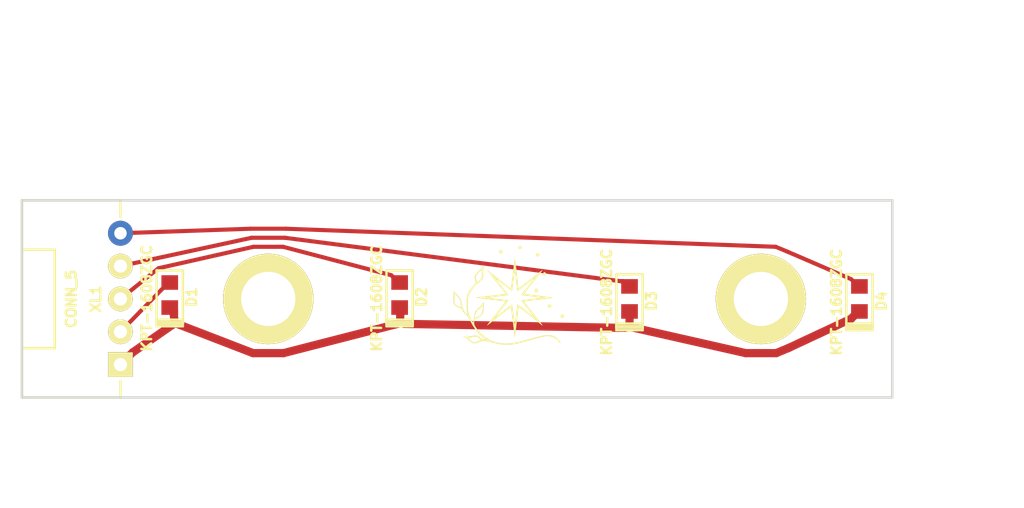
<source format=kicad_pcb>
(kicad_pcb (version 20171130) (host pcbnew "(2018-02-15 revision 29b28de31)-makepkg")

  (general
    (thickness 1.6)
    (drawings 14)
    (tracks 52)
    (zones 0)
    (modules 8)
    (nets 6)
  )

  (page A4)
  (layers
    (0 F.Cu signal)
    (31 B.Cu signal)
    (37 F.SilkS user)
    (38 B.Mask user)
    (39 F.Mask user)
    (40 Dwgs.User user)
    (44 Edge.Cuts user)
  )

  (setup
    (last_trace_width 0.25)
    (trace_clearance 0.2)
    (zone_clearance 0.508)
    (zone_45_only no)
    (trace_min 0.2)
    (segment_width 0.2)
    (edge_width 0.15)
    (via_size 0.8)
    (via_drill 0.4)
    (via_min_size 0.4)
    (via_min_drill 0.3)
    (uvia_size 0.3)
    (uvia_drill 0.1)
    (uvias_allowed no)
    (uvia_min_size 0.2)
    (uvia_min_drill 0.1)
    (pcb_text_width 0.3)
    (pcb_text_size 1.5 1.5)
    (mod_edge_width 0.15)
    (mod_text_size 1 1)
    (mod_text_width 0.15)
    (pad_size 1.524 1.524)
    (pad_drill 0.762)
    (pad_to_mask_clearance 0.15)
    (aux_axis_origin 0 0)
    (visible_elements 7FFFFF7F)
    (pcbplotparams
      (layerselection 0x010e0_ffffffff)
      (usegerberextensions true)
      (usegerberattributes true)
      (usegerberadvancedattributes false)
      (creategerberjobfile false)
      (excludeedgelayer true)
      (linewidth 0.150000)
      (plotframeref false)
      (viasonmask false)
      (mode 1)
      (useauxorigin false)
      (hpglpennumber 1)
      (hpglpenspeed 20)
      (hpglpendiameter 15)
      (psnegative false)
      (psa4output false)
      (plotreference true)
      (plotvalue true)
      (plotinvisibletext false)
      (padsonsilk false)
      (subtractmaskfromsilk true)
      (outputformat 1)
      (mirror false)
      (drillshape 0)
      (scaleselection 1)
      (outputdirectory Gerber))
  )

  (net 0 "")
  (net 1 "Net-(D1-PadA)")
  (net 2 "Net-(D1-PadC)")
  (net 3 "Net-(D2-PadA)")
  (net 4 "Net-(D3-PadA)")
  (net 5 "Net-(D4-PadA)")

  (net_class Default "This is the default net class."
    (clearance 0.2)
    (trace_width 0.25)
    (via_dia 0.8)
    (via_drill 0.4)
    (uvia_dia 0.3)
    (uvia_drill 0.1)
    (add_net "Net-(D1-PadA)")
    (add_net "Net-(D1-PadC)")
    (add_net "Net-(D2-PadA)")
    (add_net "Net-(D3-PadA)")
    (add_net "Net-(D4-PadA)")
  )

  (module LEDs:LED_0603 (layer F.Cu) (tedit 5A91F922) (tstamp 5A922971)
    (at 144 82.762 270)
    (path /5A995269)
    (attr smd)
    (fp_text reference D1 (at 0.127 -1.3335 270) (layer F.SilkS)
      (effects (font (size 0.6 0.6) (thickness 0.15)))
    )
    (fp_text value KPT-1608ZGC (at 0.2 1.4 270) (layer F.SilkS)
      (effects (font (size 0.6 0.6) (thickness 0.15)))
    )
    (fp_line (start 1.7 -0.8) (end 1.9 -0.8) (layer F.SilkS) (width 0.15))
    (fp_line (start 1.9 -0.8) (end 1.9 0.8) (layer F.SilkS) (width 0.15))
    (fp_line (start 1.9 0.8) (end 1.7 0.8) (layer F.SilkS) (width 0.15))
    (fp_line (start 1.5 -0.8) (end 1.65 -0.8) (layer F.SilkS) (width 0.15))
    (fp_line (start 1.65 -0.8) (end 1.65 0.8) (layer F.SilkS) (width 0.15))
    (fp_line (start 1.65 0.8) (end 1.5 0.8) (layer F.SilkS) (width 0.15))
    (fp_line (start 1.5 0.8) (end 1.75 0.8) (layer F.SilkS) (width 0.15))
    (fp_line (start 1.75 0.8) (end 1.75 -0.8) (layer F.SilkS) (width 0.15))
    (fp_line (start 1.75 -0.8) (end 1.65 -0.8) (layer F.SilkS) (width 0.15))
    (fp_line (start -1.5 0) (end -1.5 -0.8) (layer F.SilkS) (width 0.15))
    (fp_line (start -1.5 -0.8) (end 1.5 -0.8) (layer F.SilkS) (width 0.15))
    (fp_line (start 1.5 -0.8) (end 1.5 0.8) (layer F.SilkS) (width 0.15))
    (fp_line (start 1.5 0.8) (end -1.5 0.8) (layer F.SilkS) (width 0.15))
    (fp_line (start -1.5 0.8) (end -1.5 -0.1) (layer F.SilkS) (width 0.15))
    (pad A smd rect (at -0.762 0 270) (size 0.889 1.016) (layers F.Cu F.Mask)
      (net 1 "Net-(D1-PadA)"))
    (pad C smd rect (at 0.762 0 270) (size 0.889 1.016) (layers F.Cu F.Mask)
      (net 2 "Net-(D1-PadC)"))
    (model ${KICAD_SYMBOL_DIR}/3d/LED/D_0603_green.step
      (at (xyz 0 0 0))
      (scale (xyz 1 1 1))
      (rotate (xyz -90 0 0))
    )
  )

  (module LEDs:LED_0603 (layer F.Cu) (tedit 5A91F922) (tstamp 5A922985)
    (at 158 82.762 270)
    (path /5A995354)
    (attr smd)
    (fp_text reference D2 (at 0.127 -1.3335 270) (layer F.SilkS)
      (effects (font (size 0.6 0.6) (thickness 0.15)))
    )
    (fp_text value KPT-1608ZGC (at 0.2 1.4 270) (layer F.SilkS)
      (effects (font (size 0.6 0.6) (thickness 0.15)))
    )
    (fp_line (start 1.7 -0.8) (end 1.9 -0.8) (layer F.SilkS) (width 0.15))
    (fp_line (start 1.9 -0.8) (end 1.9 0.8) (layer F.SilkS) (width 0.15))
    (fp_line (start 1.9 0.8) (end 1.7 0.8) (layer F.SilkS) (width 0.15))
    (fp_line (start 1.5 -0.8) (end 1.65 -0.8) (layer F.SilkS) (width 0.15))
    (fp_line (start 1.65 -0.8) (end 1.65 0.8) (layer F.SilkS) (width 0.15))
    (fp_line (start 1.65 0.8) (end 1.5 0.8) (layer F.SilkS) (width 0.15))
    (fp_line (start 1.5 0.8) (end 1.75 0.8) (layer F.SilkS) (width 0.15))
    (fp_line (start 1.75 0.8) (end 1.75 -0.8) (layer F.SilkS) (width 0.15))
    (fp_line (start 1.75 -0.8) (end 1.65 -0.8) (layer F.SilkS) (width 0.15))
    (fp_line (start -1.5 0) (end -1.5 -0.8) (layer F.SilkS) (width 0.15))
    (fp_line (start -1.5 -0.8) (end 1.5 -0.8) (layer F.SilkS) (width 0.15))
    (fp_line (start 1.5 -0.8) (end 1.5 0.8) (layer F.SilkS) (width 0.15))
    (fp_line (start 1.5 0.8) (end -1.5 0.8) (layer F.SilkS) (width 0.15))
    (fp_line (start -1.5 0.8) (end -1.5 -0.1) (layer F.SilkS) (width 0.15))
    (pad A smd rect (at -0.762 0 270) (size 0.889 1.016) (layers F.Cu F.Mask)
      (net 3 "Net-(D2-PadA)"))
    (pad C smd rect (at 0.762 0 270) (size 0.889 1.016) (layers F.Cu F.Mask)
      (net 2 "Net-(D1-PadC)"))
    (model ${KICAD_SYMBOL_DIR}/3d/LED/D_0603_green.step
      (at (xyz 0 0 0))
      (scale (xyz 1 1 1))
      (rotate (xyz -90 0 0))
    )
  )

  (module LEDs:LED_0603 (layer F.Cu) (tedit 5A91F922) (tstamp 5A922999)
    (at 172 83 270)
    (path /5A9953C3)
    (attr smd)
    (fp_text reference D3 (at 0.127 -1.3335 270) (layer F.SilkS)
      (effects (font (size 0.6 0.6) (thickness 0.15)))
    )
    (fp_text value KPT-1608ZGC (at 0.2 1.4 270) (layer F.SilkS)
      (effects (font (size 0.6 0.6) (thickness 0.15)))
    )
    (fp_line (start 1.7 -0.8) (end 1.9 -0.8) (layer F.SilkS) (width 0.15))
    (fp_line (start 1.9 -0.8) (end 1.9 0.8) (layer F.SilkS) (width 0.15))
    (fp_line (start 1.9 0.8) (end 1.7 0.8) (layer F.SilkS) (width 0.15))
    (fp_line (start 1.5 -0.8) (end 1.65 -0.8) (layer F.SilkS) (width 0.15))
    (fp_line (start 1.65 -0.8) (end 1.65 0.8) (layer F.SilkS) (width 0.15))
    (fp_line (start 1.65 0.8) (end 1.5 0.8) (layer F.SilkS) (width 0.15))
    (fp_line (start 1.5 0.8) (end 1.75 0.8) (layer F.SilkS) (width 0.15))
    (fp_line (start 1.75 0.8) (end 1.75 -0.8) (layer F.SilkS) (width 0.15))
    (fp_line (start 1.75 -0.8) (end 1.65 -0.8) (layer F.SilkS) (width 0.15))
    (fp_line (start -1.5 0) (end -1.5 -0.8) (layer F.SilkS) (width 0.15))
    (fp_line (start -1.5 -0.8) (end 1.5 -0.8) (layer F.SilkS) (width 0.15))
    (fp_line (start 1.5 -0.8) (end 1.5 0.8) (layer F.SilkS) (width 0.15))
    (fp_line (start 1.5 0.8) (end -1.5 0.8) (layer F.SilkS) (width 0.15))
    (fp_line (start -1.5 0.8) (end -1.5 -0.1) (layer F.SilkS) (width 0.15))
    (pad A smd rect (at -0.762 0 270) (size 0.889 1.016) (layers F.Cu F.Mask)
      (net 4 "Net-(D3-PadA)"))
    (pad C smd rect (at 0.762 0 270) (size 0.889 1.016) (layers F.Cu F.Mask)
      (net 2 "Net-(D1-PadC)"))
    (model ${KICAD_SYMBOL_DIR}/3d/LED/D_0603_green.step
      (at (xyz 0 0 0))
      (scale (xyz 1 1 1))
      (rotate (xyz -90 0 0))
    )
  )

  (module LEDs:LED_0603 (layer F.Cu) (tedit 5A91F922) (tstamp 5A9229AD)
    (at 186 83 270)
    (path /5A9953CE)
    (attr smd)
    (fp_text reference D4 (at 0.127 -1.3335 270) (layer F.SilkS)
      (effects (font (size 0.6 0.6) (thickness 0.15)))
    )
    (fp_text value KPT-1608ZGC (at 0.2 1.4 270) (layer F.SilkS)
      (effects (font (size 0.6 0.6) (thickness 0.15)))
    )
    (fp_line (start 1.7 -0.8) (end 1.9 -0.8) (layer F.SilkS) (width 0.15))
    (fp_line (start 1.9 -0.8) (end 1.9 0.8) (layer F.SilkS) (width 0.15))
    (fp_line (start 1.9 0.8) (end 1.7 0.8) (layer F.SilkS) (width 0.15))
    (fp_line (start 1.5 -0.8) (end 1.65 -0.8) (layer F.SilkS) (width 0.15))
    (fp_line (start 1.65 -0.8) (end 1.65 0.8) (layer F.SilkS) (width 0.15))
    (fp_line (start 1.65 0.8) (end 1.5 0.8) (layer F.SilkS) (width 0.15))
    (fp_line (start 1.5 0.8) (end 1.75 0.8) (layer F.SilkS) (width 0.15))
    (fp_line (start 1.75 0.8) (end 1.75 -0.8) (layer F.SilkS) (width 0.15))
    (fp_line (start 1.75 -0.8) (end 1.65 -0.8) (layer F.SilkS) (width 0.15))
    (fp_line (start -1.5 0) (end -1.5 -0.8) (layer F.SilkS) (width 0.15))
    (fp_line (start -1.5 -0.8) (end 1.5 -0.8) (layer F.SilkS) (width 0.15))
    (fp_line (start 1.5 -0.8) (end 1.5 0.8) (layer F.SilkS) (width 0.15))
    (fp_line (start 1.5 0.8) (end -1.5 0.8) (layer F.SilkS) (width 0.15))
    (fp_line (start -1.5 0.8) (end -1.5 -0.1) (layer F.SilkS) (width 0.15))
    (pad A smd rect (at -0.762 0 270) (size 0.889 1.016) (layers F.Cu F.Mask)
      (net 5 "Net-(D4-PadA)"))
    (pad C smd rect (at 0.762 0 270) (size 0.889 1.016) (layers F.Cu F.Mask)
      (net 2 "Net-(D1-PadC)"))
    (model ${KICAD_SYMBOL_DIR}/3d/LED/D_0603_green.step
      (at (xyz 0 0 0))
      (scale (xyz 1 1 1))
      (rotate (xyz -90 0 0))
    )
  )

  (module PCB:Hole3d3_out5d5mm (layer F.Cu) (tedit 56F1BC26) (tstamp 5A9229B2)
    (at 150 83)
    (path /5AA46666)
    (fp_text reference HOLE1 (at 0 3.2004) (layer F.SilkS) hide
      (effects (font (size 0.127 0.127) (thickness 0.00254)))
    )
    (fp_text value HOLE_METALLED (at -0.09906 -3.2004) (layer F.SilkS) hide
      (effects (font (size 0.127 0.127) (thickness 0.00254)))
    )
    (pad H thru_hole circle (at 0 0) (size 5.5 5.5) (drill 3.3) (layers *.Cu *.Mask F.SilkS))
  )

  (module PCB:Hole3d3_out5d5mm (layer F.Cu) (tedit 56F1BC26) (tstamp 5A9229B7)
    (at 180 83)
    (path /5AA469E2)
    (fp_text reference HOLE2 (at 0 3.2004) (layer F.SilkS) hide
      (effects (font (size 0.127 0.127) (thickness 0.00254)))
    )
    (fp_text value HOLE_METALLED (at -0.09906 -3.2004) (layer F.SilkS) hide
      (effects (font (size 0.127 0.127) (thickness 0.00254)))
    )
    (pad H thru_hole circle (at 0 0) (size 5.5 5.5) (drill 3.3) (layers *.Cu *.Mask F.SilkS))
  )

  (module Pictures:Ostranna_8x8 (layer F.Cu) (tedit 0) (tstamp 5A9229C4)
    (at 165 83)
    (path /5AA46E8B)
    (fp_text reference Logo1 (at 0 0) (layer F.SilkS) hide
      (effects (font (size 1.524 1.524) (thickness 0.3)))
    )
    (fp_text value Logo (at 0.75 0) (layer F.SilkS) hide
      (effects (font (size 1.524 1.524) (thickness 0.3)))
    )
    (fp_poly (pts (xy 0.344855 -3.230616) (xy 0.394624 -3.196551) (xy 0.449104 -3.149463) (xy 0.447801 -3.11541)
      (xy 0.410198 -3.079358) (xy 0.34119 -3.043017) (xy 0.267286 -3.064113) (xy 0.214928 -3.098401)
      (xy 0.217571 -3.135559) (xy 0.251712 -3.181306) (xy 0.30122 -3.23262) (xy 0.344855 -3.230616)) (layer F.SilkS) (width 0.01))
    (fp_poly (pts (xy -0.823464 -2.98002) (xy -0.775852 -2.944188) (xy -0.724084 -2.893409) (xy -0.726932 -2.850469)
      (xy -0.759654 -2.805907) (xy -0.808868 -2.755273) (xy -0.851833 -2.759527) (xy -0.896006 -2.792278)
      (xy -0.947146 -2.842368) (xy -0.943068 -2.886834) (xy -0.912204 -2.930559) (xy -0.864664 -2.982585)
      (xy -0.823464 -2.98002)) (layer F.SilkS) (width 0.01))
    (fp_poly (pts (xy 1.411663 -2.802135) (xy 1.459831 -2.757997) (xy 1.493758 -2.73647) (xy 1.533298 -2.706913)
      (xy 1.524639 -2.669515) (xy 1.492422 -2.627176) (xy 1.440199 -2.575957) (xy 1.39079 -2.579929)
      (xy 1.351745 -2.603432) (xy 1.299249 -2.645776) (xy 1.298048 -2.688436) (xy 1.331458 -2.745208)
      (xy 1.378573 -2.798373) (xy 1.411151 -2.802859) (xy 1.411663 -2.802135)) (layer F.SilkS) (width 0.01))
    (fp_poly (pts (xy 1.821546 -1.638667) (xy 1.883197 -1.592413) (xy 1.88404 -1.591729) (xy 1.942284 -1.539577)
      (xy 1.947321 -1.50404) (xy 1.90294 -1.456806) (xy 1.902183 -1.456108) (xy 1.832061 -1.413042)
      (xy 1.756494 -1.427606) (xy 1.750786 -1.430236) (xy 1.686645 -1.472753) (xy 1.670326 -1.509269)
      (xy 1.706598 -1.524) (xy 1.748287 -1.553583) (xy 1.770098 -1.593538) (xy 1.791753 -1.638916)
      (xy 1.821546 -1.638667)) (layer F.SilkS) (width 0.01))
    (fp_poly (pts (xy 1.355693 -0.598714) (xy 1.405134 -0.55043) (xy 1.433841 -0.544286) (xy 1.468238 -0.5367)
      (xy 1.458655 -0.50246) (xy 1.425908 -0.454712) (xy 1.371169 -0.386836) (xy 1.330977 -0.374119)
      (xy 1.279308 -0.411549) (xy 1.266031 -0.42393) (xy 1.2279 -0.481336) (xy 1.242328 -0.553301)
      (xy 1.247888 -0.565724) (xy 1.2933 -0.639321) (xy 1.330668 -0.642379) (xy 1.355693 -0.598714)) (layer F.SilkS) (width 0.01))
    (fp_poly (pts (xy 2.151965 0.32198) (xy 2.199576 0.357812) (xy 2.251345 0.408591) (xy 2.248497 0.451531)
      (xy 2.215774 0.496093) (xy 2.166561 0.546727) (xy 2.123596 0.542473) (xy 2.079423 0.509722)
      (xy 2.028282 0.459632) (xy 2.03236 0.415166) (xy 2.063225 0.371441) (xy 2.110764 0.319415)
      (xy 2.151965 0.32198)) (layer F.SilkS) (width 0.01))
    (fp_poly (pts (xy 2.913965 0.938837) (xy 2.961576 0.974669) (xy 3.013345 1.025448) (xy 3.010497 1.068388)
      (xy 2.977774 1.11295) (xy 2.928561 1.163584) (xy 2.885596 1.159331) (xy 2.841423 1.126579)
      (xy 2.790282 1.076489) (xy 2.79436 1.032024) (xy 2.825225 0.988298) (xy 2.872764 0.936272)
      (xy 2.913965 0.938837)) (layer F.SilkS) (width 0.01))
    (fp_poly (pts (xy 0.019747 -2.425099) (xy 0.033759 -2.334364) (xy 0.052935 -2.195297) (xy 0.075805 -2.019791)
      (xy 0.100897 -1.819739) (xy 0.126737 -1.607034) (xy 0.151854 -1.393568) (xy 0.174776 -1.191233)
      (xy 0.194031 -1.011924) (xy 0.205883 -0.892219) (xy 0.220216 -0.771311) (xy 0.236213 -0.685337)
      (xy 0.250214 -0.653143) (xy 0.284534 -0.674536) (xy 0.365907 -0.733834) (xy 0.484635 -0.823713)
      (xy 0.631016 -0.936849) (xy 0.762038 -1.039594) (xy 0.944981 -1.183935) (xy 1.128172 -1.328481)
      (xy 1.295512 -1.460528) (xy 1.430902 -1.567374) (xy 1.486295 -1.611094) (xy 1.588116 -1.688442)
      (xy 1.659392 -1.73663) (xy 1.689445 -1.748723) (xy 1.687418 -1.741714) (xy 1.656267 -1.698799)
      (xy 1.586742 -1.607606) (xy 1.485523 -1.476749) (xy 1.359293 -1.314841) (xy 1.214734 -1.130494)
      (xy 1.114722 -1.003496) (xy 0.964835 -0.812464) (xy 0.831924 -0.641114) (xy 0.722 -0.497357)
      (xy 0.641073 -0.389105) (xy 0.595153 -0.324267) (xy 0.587028 -0.308974) (xy 0.624772 -0.302081)
      (xy 0.724823 -0.288317) (xy 0.877367 -0.268908) (xy 1.072592 -0.245077) (xy 1.300686 -0.218051)
      (xy 1.50205 -0.194744) (xy 1.800084 -0.159455) (xy 2.027986 -0.129842) (xy 2.187947 -0.10555)
      (xy 2.282155 -0.08622) (xy 2.312799 -0.071495) (xy 2.300336 -0.064392) (xy 2.234066 -0.05241)
      (xy 2.107835 -0.034013) (xy 1.933811 -0.010804) (xy 1.72416 0.015613) (xy 1.49105 0.043636)
      (xy 1.399534 0.054293) (xy 1.167836 0.081482) (xy 0.961627 0.106541) (xy 0.791387 0.128126)
      (xy 0.667595 0.144892) (xy 0.600731 0.155495) (xy 0.592011 0.157894) (xy 0.610263 0.188351)
      (xy 0.667778 0.267871) (xy 0.758669 0.388698) (xy 0.87705 0.543079) (xy 1.017035 0.723257)
      (xy 1.142834 0.883571) (xy 1.296751 1.079645) (xy 1.434606 1.256713) (xy 1.550356 1.406897)
      (xy 1.637959 1.522315) (xy 1.691373 1.595087) (xy 1.705429 1.617327) (xy 1.680304 1.606792)
      (xy 1.61478 1.55966) (xy 1.533071 1.494329) (xy 1.407834 1.392032) (xy 1.256511 1.270767)
      (xy 1.088718 1.13798) (xy 0.914072 1.001118) (xy 0.742188 0.867627) (xy 0.582682 0.744955)
      (xy 0.44517 0.640547) (xy 0.339268 0.561852) (xy 0.274592 0.516315) (xy 0.259436 0.508)
      (xy 0.248552 0.542462) (xy 0.231236 0.639393) (xy 0.208869 0.789114) (xy 0.182835 0.981945)
      (xy 0.154514 1.208206) (xy 0.131221 1.406072) (xy 0.09445 1.721929) (xy 0.064364 1.968601)
      (xy 0.040502 2.149122) (xy 0.022407 2.266527) (xy 0.009618 2.323848) (xy 0.001675 2.324121)
      (xy -0.001572 2.282976) (xy -0.007233 2.207958) (xy -0.020468 2.079869) (xy -0.039728 1.910774)
      (xy -0.063465 1.712734) (xy -0.090132 1.497812) (xy -0.118182 1.278071) (xy -0.146066 1.065574)
      (xy -0.172238 0.872383) (xy -0.195149 0.710561) (xy -0.213251 0.59217) (xy -0.224998 0.529273)
      (xy -0.227446 0.522459) (xy -0.260991 0.537611) (xy -0.342941 0.592435) (xy -0.465243 0.681007)
      (xy -0.61984 0.797401) (xy -0.79868 0.935695) (xy -0.929734 1.038988) (xy -1.122965 1.192005)
      (xy -1.299224 1.330803) (xy -1.449935 1.44869) (xy -1.566523 1.538976) (xy -1.64041 1.59497)
      (xy -1.661283 1.609692) (xy -1.660794 1.595774) (xy -1.621426 1.535025) (xy -1.549915 1.437055)
      (xy -1.452998 1.311477) (xy -1.446371 1.303083) (xy -1.315113 1.136955) (xy -1.159129 0.93941)
      (xy -0.998615 0.736031) (xy -0.86311 0.564247) (xy -0.752036 0.420091) (xy -0.66243 0.297397)
      (xy -0.60148 0.20653) (xy -0.576378 0.157857) (xy -0.577603 0.152621) (xy -0.620882 0.145524)
      (xy -0.725874 0.131338) (xy -0.882206 0.111375) (xy -1.079507 0.086943) (xy -1.307405 0.059352)
      (xy -1.465493 0.040526) (xy -1.78554 0.001411) (xy -2.033847 -0.031737) (xy -2.210991 -0.059032)
      (xy -2.245949 -0.066105) (xy -1.498106 -0.066105) (xy -1.466454 -0.050086) (xy -1.374051 -0.034601)
      (xy -1.233714 -0.019415) (xy -1.080253 -0.003602) (xy -0.892047 0.017391) (xy -0.70632 0.039395)
      (xy -0.681558 0.042453) (xy -0.365259 0.081758) (xy -0.536415 0.298344) (xy -0.721414 0.532958)
      (xy -0.864727 0.716022) (xy -0.970117 0.852565) (xy -1.041344 0.947614) (xy -1.082173 1.006198)
      (xy -1.096364 1.033345) (xy -1.08768 1.034082) (xy -1.086308 1.033272) (xy -1.040548 1.000373)
      (xy -0.94947 0.931015) (xy -0.824476 0.834013) (xy -0.676967 0.718179) (xy -0.604756 0.661048)
      (xy -0.454523 0.544053) (xy -0.324653 0.446971) (xy -0.225398 0.377145) (xy -0.167005 0.34192)
      (xy -0.156241 0.339663) (xy -0.147119 0.378313) (xy -0.131301 0.474114) (xy -0.110782 0.612166)
      (xy -0.087559 0.777572) (xy -0.063627 0.955433) (xy -0.040982 1.130851) (xy -0.021621 1.288926)
      (xy -0.00754 1.414761) (xy -0.000733 1.493457) (xy -0.000412 1.502833) (xy 0.011127 1.523568)
      (xy 0.014488 1.520976) (xy 0.023154 1.481628) (xy 0.037854 1.382476) (xy 0.056952 1.235883)
      (xy 0.078813 1.054211) (xy 0.094503 0.916214) (xy 0.117784 0.719047) (xy 0.140374 0.549881)
      (xy 0.160463 0.420674) (xy 0.176242 0.343383) (xy 0.18372 0.326572) (xy 0.218776 0.347984)
      (xy 0.300399 0.40716) (xy 0.418502 0.496512) (xy 0.563 0.608448) (xy 0.665929 0.689429)
      (xy 0.821677 0.811845) (xy 0.957012 0.916629) (xy 1.061992 0.996211) (xy 1.126677 1.04302)
      (xy 1.142416 1.052286) (xy 1.127092 1.025492) (xy 1.073365 0.951249) (xy 0.988185 0.838761)
      (xy 0.878498 0.697235) (xy 0.779522 0.5715) (xy 0.39866 0.090714) (xy 0.534973 0.066427)
      (xy 0.626681 0.05269) (xy 0.769476 0.034297) (xy 0.942239 0.013867) (xy 1.088572 -0.002262)
      (xy 1.258406 -0.021959) (xy 1.40374 -0.041839) (xy 1.508105 -0.059455) (xy 1.553371 -0.071338)
      (xy 1.535433 -0.083163) (xy 1.455913 -0.100443) (xy 1.325443 -0.121425) (xy 1.154653 -0.144357)
      (xy 1.000014 -0.162502) (xy 0.800895 -0.185348) (xy 0.629654 -0.206543) (xy 0.498131 -0.224498)
      (xy 0.418164 -0.23762) (xy 0.399143 -0.243288) (xy 0.420689 -0.274971) (xy 0.480165 -0.353108)
      (xy 0.569827 -0.467757) (xy 0.68193 -0.608975) (xy 0.755108 -0.700292) (xy 0.911701 -0.8958)
      (xy 1.025002 -1.039685) (xy 1.097758 -1.136421) (xy 1.132718 -1.190483) (xy 1.132628 -1.206347)
      (xy 1.100236 -1.188486) (xy 1.038289 -1.141376) (xy 1.013958 -1.121891) (xy 0.796752 -0.947987)
      (xy 0.601382 -0.793837) (xy 0.434449 -0.664484) (xy 0.302556 -0.56497) (xy 0.212302 -0.500336)
      (xy 0.170289 -0.475626) (xy 0.16826 -0.475912) (xy 0.160662 -0.515264) (xy 0.147731 -0.612635)
      (xy 0.131211 -0.753817) (xy 0.112843 -0.924603) (xy 0.110904 -0.943429) (xy 0.090589 -1.132467)
      (xy 0.069977 -1.308991) (xy 0.051517 -1.45288) (xy 0.038002 -1.542143) (xy 0.011636 -1.687286)
      (xy -0.01217 -1.524) (xy -0.026286 -1.421594) (xy -0.046313 -1.269076) (xy -0.069408 -1.088376)
      (xy -0.08925 -0.929619) (xy -0.110795 -0.761611) (xy -0.130151 -0.622242) (xy -0.145207 -0.525957)
      (xy -0.153853 -0.487196) (xy -0.153887 -0.487161) (xy -0.184728 -0.50446) (xy -0.262702 -0.55958)
      (xy -0.37804 -0.645301) (xy -0.520972 -0.754405) (xy -0.626824 -0.836613) (xy -0.783488 -0.958236)
      (xy -0.919674 -1.062366) (xy -1.025396 -1.141494) (xy -1.09067 -1.188114) (xy -1.106718 -1.197429)
      (xy -1.091522 -1.170629) (xy -1.037929 -1.096371) (xy -0.952877 -0.983861) (xy -0.843305 -0.842311)
      (xy -0.744472 -0.716643) (xy -0.363905 -0.235857) (xy -0.971167 -0.160212) (xy -1.205538 -0.129712)
      (xy -1.36995 -0.104684) (xy -1.466705 -0.083893) (xy -1.498106 -0.066105) (xy -2.245949 -0.066105)
      (xy -2.317548 -0.080591) (xy -2.354096 -0.096527) (xy -2.321211 -0.106957) (xy -2.228548 -0.111821)
      (xy -2.15029 -0.117176) (xy -2.013161 -0.130435) (xy -1.830257 -0.15017) (xy -1.614677 -0.174953)
      (xy -1.379518 -0.203357) (xy -1.313205 -0.211607) (xy -0.539982 -0.308429) (xy -1.104562 -1.025283)
      (xy -1.258705 -1.221676) (xy -1.396811 -1.398932) (xy -1.512856 -1.549213) (xy -1.600815 -1.664681)
      (xy -1.654665 -1.737497) (xy -1.669143 -1.759865) (xy -1.642006 -1.743254) (xy -1.56564 -1.68726)
      (xy -1.447614 -1.597674) (xy -1.295496 -1.480287) (xy -1.116856 -1.340889) (xy -0.9525 -1.211545)
      (xy -0.235857 -0.645499) (xy -0.209269 -0.749106) (xy -0.197368 -0.814932) (xy -0.179046 -0.940745)
      (xy -0.155901 -1.114405) (xy -0.129531 -1.323772) (xy -0.101535 -1.556707) (xy -0.09085 -1.648466)
      (xy -0.063679 -1.880134) (xy -0.038667 -2.086288) (xy -0.017153 -2.256454) (xy -0.000477 -2.380159)
      (xy 0.010022 -2.44693) (xy 0.012372 -2.45561) (xy 0.019747 -2.425099)) (layer F.SilkS) (width 0.01))
    (fp_poly (pts (xy -1.830478 -2.002043) (xy -1.857478 -1.926454) (xy -1.873764 -1.884817) (xy -1.912714 -1.736086)
      (xy -1.91215 -1.565257) (xy -1.909325 -1.539134) (xy -1.906463 -1.358865) (xy -1.952174 -1.217159)
      (xy -2.05532 -1.095032) (xy -2.150806 -1.021637) (xy -2.393891 -0.81523) (xy -2.602474 -0.56055)
      (xy -2.733602 -0.333089) (xy -2.782658 -0.225404) (xy -2.815287 -0.135689) (xy -2.834798 -0.044318)
      (xy -2.8445 0.068334) (xy -2.847701 0.22189) (xy -2.847875 0.344714) (xy -2.846397 0.534561)
      (xy -2.840213 0.672628) (xy -2.825849 0.7797) (xy -2.799827 0.876557) (xy -2.758674 0.983982)
      (xy -2.729549 1.052286) (xy -2.648377 1.235866) (xy -2.589575 1.353702) (xy -2.548499 1.407403)
      (xy -2.520508 1.398584) (xy -2.50096 1.328855) (xy -2.485214 1.199829) (xy -2.479574 1.139093)
      (xy -2.468156 1.071267) (xy -2.425227 1.071267) (xy -2.417486 1.108108) (xy -2.396475 1.13948)
      (xy -2.35697 1.138505) (xy -2.280582 1.102445) (xy -2.243936 1.082262) (xy -2.136186 1.010561)
      (xy -2.046761 0.931752) (xy -2.025447 0.906628) (xy -1.987203 0.830514) (xy -1.955627 0.7257)
      (xy -1.934062 0.613201) (xy -1.92585 0.51403) (xy -1.934333 0.449199) (xy -1.950492 0.435429)
      (xy -1.994964 0.464359) (xy -2.008242 0.488308) (xy -2.049593 0.538564) (xy -2.130303 0.603785)
      (xy -2.171684 0.631554) (xy -2.270604 0.71902) (xy -2.353525 0.836372) (xy -2.408912 0.961244)
      (xy -2.425227 1.071267) (xy -2.468156 1.071267) (xy -2.438989 0.898016) (xy -2.364076 0.716203)
      (xy -2.251891 0.587486) (xy -2.19902 0.551297) (xy -2.099298 0.472884) (xy -2.001801 0.366344)
      (xy -1.974923 0.329077) (xy -1.917159 0.243761) (xy -1.878545 0.190433) (xy -1.870169 0.181429)
      (xy -1.867873 0.214897) (xy -1.867858 0.304107) (xy -1.870057 0.432268) (xy -1.871376 0.484669)
      (xy -1.889554 0.714624) (xy -1.934764 0.887778) (xy -2.014471 1.017212) (xy -2.136138 1.116008)
      (xy -2.269185 1.18198) (xy -2.38209 1.236881) (xy -2.441523 1.296053) (xy -2.464103 1.382575)
      (xy -2.466873 1.456508) (xy -2.452638 1.554807) (xy -2.40317 1.66369) (xy -2.310731 1.801223)
      (xy -2.040696 2.112313) (xy -1.736483 2.359729) (xy -1.399287 2.542795) (xy -1.030301 2.660837)
      (xy -0.706333 2.708522) (xy -0.529588 2.716216) (xy -0.349395 2.710587) (xy -0.15478 2.689774)
      (xy 0.065229 2.651915) (xy 0.321607 2.595148) (xy 0.625327 2.517612) (xy 0.95449 2.426761)
      (xy 1.303226 2.331649) (xy 1.592802 2.262115) (xy 1.832038 2.218334) (xy 2.029756 2.200483)
      (xy 2.194776 2.208736) (xy 2.335917 2.243269) (xy 2.462 2.304257) (xy 2.581847 2.391877)
      (xy 2.657929 2.460648) (xy 2.739575 2.550141) (xy 2.788289 2.62609) (xy 2.796786 2.674713)
      (xy 2.776605 2.685143) (xy 2.744842 2.660593) (xy 2.679673 2.596727) (xy 2.608282 2.521407)
      (xy 2.476966 2.401092) (xy 2.336441 2.325757) (xy 2.260346 2.300398) (xy 2.161904 2.277218)
      (xy 2.059032 2.266568) (xy 1.94189 2.270009) (xy 1.800641 2.289097) (xy 1.625447 2.325391)
      (xy 1.406469 2.380448) (xy 1.133869 2.455826) (xy 0.955995 2.506953) (xy 0.733326 2.570407)
      (xy 0.514855 2.630657) (xy 0.318284 2.682965) (xy 0.161313 2.722591) (xy 0.085138 2.740105)
      (xy -0.194952 2.779455) (xy -0.504218 2.789726) (xy -0.812047 2.771526) (xy -1.087826 2.725461)
      (xy -1.124857 2.716101) (xy -1.370422 2.651169) (xy -1.558431 2.604169) (xy -1.701366 2.574037)
      (xy -1.811713 2.559707) (xy -1.901954 2.560115) (xy -1.984574 2.574194) (xy -2.072057 2.600879)
      (xy -2.148902 2.628723) (xy -2.329247 2.686046) (xy -2.468406 2.702099) (xy -2.586773 2.674011)
      (xy -2.704744 2.598911) (xy -2.771956 2.541007) (xy -2.87864 2.450685) (xy -2.956887 2.392641)
      (xy -2.794 2.392641) (xy -2.767464 2.436157) (xy -2.702142 2.500752) (xy -2.61946 2.566993)
      (xy -2.558143 2.606513) (xy -2.477636 2.639397) (xy -2.395247 2.639684) (xy -2.286919 2.605146)
      (xy -2.217355 2.57496) (xy -2.123203 2.530145) (xy -2.085351 2.498966) (xy -2.093885 2.465354)
      (xy -2.126235 2.427253) (xy -2.211177 2.347209) (xy -2.297089 2.306759) (xy -2.40655 2.300503)
      (xy -2.562055 2.323024) (xy -2.680378 2.348991) (xy -2.763949 2.374284) (xy -2.794 2.392641)
      (xy -2.956887 2.392641) (xy -2.98412 2.37244) (xy -3.029857 2.343571) (xy -3.138714 2.282233)
      (xy -3.03938 2.302838) (xy -2.954778 2.305752) (xy -2.826793 2.293852) (xy -2.682501 2.269702)
      (xy -2.676522 2.268465) (xy -2.499675 2.234059) (xy -2.375173 2.219483) (xy -2.284979 2.226876)
      (xy -2.211056 2.258376) (xy -2.135368 2.316123) (xy -2.113747 2.335188) (xy -2.031222 2.396828)
      (xy -1.939684 2.447952) (xy -1.856529 2.481592) (xy -1.799153 2.49078) (xy -1.784951 2.468547)
      (xy -1.785633 2.466624) (xy -1.817628 2.431594) (xy -1.891077 2.36683) (xy -1.985204 2.290246)
      (xy -2.179949 2.107932) (xy -2.374545 1.87262) (xy -2.555224 1.602591) (xy -2.689863 1.354712)
      (xy -2.801853 1.150761) (xy -2.909364 1.008144) (xy -2.959243 0.962538) (xy -3.059773 0.864773)
      (xy -3.144747 0.748074) (xy -3.155411 0.72855) (xy -3.216858 0.635419) (xy -3.302923 0.56729)
      (xy -3.425295 0.509504) (xy -3.553998 0.450576) (xy -3.642016 0.387034) (xy -3.696338 0.304422)
      (xy -3.723954 0.188283) (xy -3.731854 0.024161) (xy -3.731388 -0.005624) (xy -3.664857 -0.005624)
      (xy -3.659982 0.159857) (xy -3.638511 0.271351) (xy -3.590176 0.347165) (xy -3.504708 0.405607)
      (xy -3.409777 0.449173) (xy -3.283857 0.502421) (xy -3.271992 0.389719) (xy -3.270412 0.267626)
      (xy -3.281935 0.160771) (xy -3.313142 0.083207) (xy -3.374832 -0.017731) (xy -3.45273 -0.123632)
      (xy -3.532561 -0.216084) (xy -3.60005 -0.276676) (xy -3.631655 -0.290286) (xy -3.647209 -0.256901)
      (xy -3.658861 -0.168306) (xy -3.664588 -0.041834) (xy -3.664857 -0.005624) (xy -3.731388 -0.005624)
      (xy -3.729597 -0.119848) (xy -3.719286 -0.492466) (xy -3.519714 -0.2781) (xy -3.389995 -0.133284)
      (xy -3.303483 -0.018358) (xy -3.249999 0.085944) (xy -3.219363 0.198889) (xy -3.203196 0.320977)
      (xy -3.172089 0.486116) (xy -3.116465 0.648887) (xy -3.045587 0.788848) (xy -2.968717 0.885556)
      (xy -2.937098 0.908237) (xy -2.890198 0.928803) (xy -2.875026 0.911452) (xy -2.884998 0.841905)
      (xy -2.891692 0.809755) (xy -2.903644 0.716795) (xy -2.913245 0.572672) (xy -2.919366 0.398783)
      (xy -2.921 0.254) (xy -2.919413 0.066034) (xy -2.912579 -0.069293) (xy -2.897388 -0.171885)
      (xy -2.870731 -0.261642) (xy -2.829496 -0.358466) (xy -2.823178 -0.372024) (xy -2.744474 -0.51027)
      (xy -2.637242 -0.661762) (xy -2.539454 -0.777327) (xy -2.44498 -0.879333) (xy -2.392365 -0.948151)
      (xy -2.373201 -1.002934) (xy -2.379078 -1.062835) (xy -2.392145 -1.112874) (xy -2.424408 -1.244655)
      (xy -2.425512 -1.258427) (xy -2.35403 -1.258427) (xy -2.31821 -1.128764) (xy -2.277849 -1.012985)
      (xy -2.163996 -1.099952) (xy -2.077088 -1.180261) (xy -2.01305 -1.263316) (xy -2.007422 -1.273817)
      (xy -1.982396 -1.385909) (xy -1.988409 -1.547811) (xy -1.989279 -1.554854) (xy -2.013857 -1.748993)
      (xy -2.186214 -1.597127) (xy -2.29881 -1.482374) (xy -2.352626 -1.377005) (xy -2.35403 -1.258427)
      (xy -2.425512 -1.258427) (xy -2.432639 -1.347301) (xy -2.410346 -1.436763) (xy -2.351038 -1.528994)
      (xy -2.248222 -1.639947) (xy -2.132542 -1.750786) (xy -2.01284 -1.862493) (xy -1.914223 -1.953182)
      (xy -1.847597 -2.012918) (xy -1.823986 -2.032) (xy -1.830478 -2.002043)) (layer F.SilkS) (width 0.01))
  )

  (module "Connectors:WB-05R(MW-5MR)" (layer F.Cu) (tedit 58B891CF) (tstamp 5A9229D5)
    (at 141 83 90)
    (path /5A99541D)
    (fp_text reference XL1 (at 0 -1.5 90) (layer F.SilkS)
      (effects (font (size 0.6 0.6) (thickness 0.15)))
    )
    (fp_text value CONN_5 (at 0 -3 90) (layer F.SilkS)
      (effects (font (size 0.6 0.6) (thickness 0.15)))
    )
    (fp_line (start 6 0) (end 5 0) (layer F.SilkS) (width 0.15))
    (fp_line (start 6 -6) (end 6 0) (layer F.SilkS) (width 0.15))
    (fp_line (start -6 -6) (end 6 -6) (layer F.SilkS) (width 0.15))
    (fp_line (start -6 0) (end -6 -6) (layer F.SilkS) (width 0.15))
    (fp_line (start -6 0) (end -5 0) (layer F.SilkS) (width 0.15))
    (fp_line (start 3 -4) (end 3 -6) (layer F.SilkS) (width 0.15))
    (fp_line (start -3 -4) (end 3 -4) (layer F.SilkS) (width 0.15))
    (fp_line (start -3 -6) (end -3 -4) (layer F.SilkS) (width 0.15))
    (pad 5 thru_hole circle (at 4 0 90) (size 1.524 1.524) (drill 0.762) (layers *.Cu *.Mask)
      (net 5 "Net-(D4-PadA)"))
    (pad 4 thru_hole circle (at 2 0 90) (size 1.5 1.5) (drill 0.8) (layers *.Cu *.Mask F.SilkS)
      (net 4 "Net-(D3-PadA)"))
    (pad 3 thru_hole circle (at 0 0 90) (size 1.5 1.5) (drill 0.8) (layers *.Cu *.Mask F.SilkS)
      (net 3 "Net-(D2-PadA)"))
    (pad 2 thru_hole circle (at -2 0 90) (size 1.5 1.5) (drill 0.8) (layers *.Cu *.Mask F.SilkS)
      (net 1 "Net-(D1-PadA)"))
    (pad 1 thru_hole rect (at -4 0 90) (size 1.5 1.5) (drill 0.8) (layers *.Cu *.Mask F.SilkS)
      (net 2 "Net-(D1-PadC)"))
  )

  (dimension 2 (width 0.3) (layer Dwgs.User)
    (gr_text 2 (at 187 70.65) (layer Dwgs.User)
      (effects (font (size 1.5 1.5) (thickness 0.3)))
    )
    (feature1 (pts (xy 188 83) (xy 188 69.3)))
    (feature2 (pts (xy 186 83) (xy 186 69.3)))
    (crossbar (pts (xy 186 72) (xy 188 72)))
    (arrow1a (pts (xy 188 72) (xy 186.873496 72.586421)))
    (arrow1b (pts (xy 188 72) (xy 186.873496 71.413579)))
    (arrow2a (pts (xy 186 72) (xy 187.126504 72.586421)))
    (arrow2b (pts (xy 186 72) (xy 187.126504 71.413579)))
  )
  (dimension 9 (width 0.3) (layer Dwgs.User)
    (gr_text "9 mm" (at 139.5 72.65) (layer Dwgs.User)
      (effects (font (size 1.5 1.5) (thickness 0.3)))
    )
    (feature1 (pts (xy 135 83) (xy 135 71.3)))
    (feature2 (pts (xy 144 83) (xy 144 71.3)))
    (crossbar (pts (xy 144 74) (xy 135 74)))
    (arrow1a (pts (xy 135 74) (xy 136.126504 73.413579)))
    (arrow1b (pts (xy 135 74) (xy 136.126504 74.586421)))
    (arrow2a (pts (xy 144 74) (xy 142.873496 73.413579)))
    (arrow2b (pts (xy 144 74) (xy 142.873496 74.586421)))
  )
  (dimension 53 (width 0.3) (layer Dwgs.User)
    (gr_text "53.000 mm" (at 161.5 66.65) (layer Dwgs.User)
      (effects (font (size 1.5 1.5) (thickness 0.3)))
    )
    (feature1 (pts (xy 135 77) (xy 135 65.3)))
    (feature2 (pts (xy 188 77) (xy 188 65.3)))
    (crossbar (pts (xy 188 68) (xy 135 68)))
    (arrow1a (pts (xy 135 68) (xy 136.126504 67.413579)))
    (arrow1b (pts (xy 135 68) (xy 136.126504 68.586421)))
    (arrow2a (pts (xy 188 68) (xy 186.873496 67.413579)))
    (arrow2b (pts (xy 188 68) (xy 186.873496 68.586421)))
  )
  (dimension 14 (width 0.3) (layer Dwgs.User)
    (gr_text "14.000 mm" (at 179 72.65) (layer Dwgs.User)
      (effects (font (size 1.5 1.5) (thickness 0.3)))
    )
    (feature1 (pts (xy 186 83) (xy 186 71.3)))
    (feature2 (pts (xy 172 83) (xy 172 71.3)))
    (crossbar (pts (xy 172 74) (xy 186 74)))
    (arrow1a (pts (xy 186 74) (xy 184.873496 74.586421)))
    (arrow1b (pts (xy 186 74) (xy 184.873496 73.413579)))
    (arrow2a (pts (xy 172 74) (xy 173.126504 74.586421)))
    (arrow2b (pts (xy 172 74) (xy 173.126504 73.413579)))
  )
  (dimension 14 (width 0.3) (layer Dwgs.User)
    (gr_text "14.000 mm" (at 165 72.65) (layer Dwgs.User)
      (effects (font (size 1.5 1.5) (thickness 0.3)))
    )
    (feature1 (pts (xy 172 83) (xy 172 71.3)))
    (feature2 (pts (xy 158 83) (xy 158 71.3)))
    (crossbar (pts (xy 158 74) (xy 172 74)))
    (arrow1a (pts (xy 172 74) (xy 170.873496 74.586421)))
    (arrow1b (pts (xy 172 74) (xy 170.873496 73.413579)))
    (arrow2a (pts (xy 158 74) (xy 159.126504 74.586421)))
    (arrow2b (pts (xy 158 74) (xy 159.126504 73.413579)))
  )
  (dimension 14 (width 0.3) (layer Dwgs.User)
    (gr_text "14.000 mm" (at 151 72.65) (layer Dwgs.User)
      (effects (font (size 1.5 1.5) (thickness 0.3)))
    )
    (feature1 (pts (xy 158 83) (xy 158 71.3)))
    (feature2 (pts (xy 144 83) (xy 144 71.3)))
    (crossbar (pts (xy 144 74) (xy 158 74)))
    (arrow1a (pts (xy 158 74) (xy 156.873496 74.586421)))
    (arrow1b (pts (xy 158 74) (xy 156.873496 73.413579)))
    (arrow2a (pts (xy 144 74) (xy 145.126504 74.586421)))
    (arrow2b (pts (xy 144 74) (xy 145.126504 73.413579)))
  )
  (dimension 15 (width 0.3) (layer Dwgs.User)
    (gr_text "15.000 mm" (at 142.5 96.35) (layer Dwgs.User)
      (effects (font (size 1.5 1.5) (thickness 0.3)))
    )
    (feature1 (pts (xy 135 83) (xy 135 97.7)))
    (feature2 (pts (xy 150 83) (xy 150 97.7)))
    (crossbar (pts (xy 150 95) (xy 135 95)))
    (arrow1a (pts (xy 135 95) (xy 136.126504 94.413579)))
    (arrow1b (pts (xy 135 95) (xy 136.126504 95.586421)))
    (arrow2a (pts (xy 150 95) (xy 148.873496 94.413579)))
    (arrow2b (pts (xy 150 95) (xy 148.873496 95.586421)))
  )
  (dimension 30 (width 0.3) (layer Dwgs.User)
    (gr_text "30.000 mm" (at 165 96.35) (layer Dwgs.User)
      (effects (font (size 1.5 1.5) (thickness 0.3)))
    )
    (feature1 (pts (xy 150 83) (xy 150 97.7)))
    (feature2 (pts (xy 180 83) (xy 180 97.7)))
    (crossbar (pts (xy 180 95) (xy 150 95)))
    (arrow1a (pts (xy 150 95) (xy 151.126504 94.413579)))
    (arrow1b (pts (xy 150 95) (xy 151.126504 95.586421)))
    (arrow2a (pts (xy 180 95) (xy 178.873496 94.413579)))
    (arrow2b (pts (xy 180 95) (xy 178.873496 95.586421)))
  )
  (dimension 8 (width 0.3) (layer Dwgs.User)
    (gr_text "8 mm" (at 184 96.35) (layer Dwgs.User)
      (effects (font (size 1.5 1.5) (thickness 0.3)))
    )
    (feature1 (pts (xy 188 83) (xy 188 97.7)))
    (feature2 (pts (xy 180 83) (xy 180 97.7)))
    (crossbar (pts (xy 180 95) (xy 188 95)))
    (arrow1a (pts (xy 188 95) (xy 186.873496 95.586421)))
    (arrow1b (pts (xy 188 95) (xy 186.873496 94.413579)))
    (arrow2a (pts (xy 180 95) (xy 181.126504 95.586421)))
    (arrow2b (pts (xy 180 95) (xy 181.126504 94.413579)))
  )
  (dimension 12 (width 0.3) (layer Dwgs.User)
    (gr_text "12 mm" (at 193.35 83 270) (layer Dwgs.User)
      (effects (font (size 1.5 1.5) (thickness 0.3)))
    )
    (feature1 (pts (xy 188 89) (xy 194.7 89)))
    (feature2 (pts (xy 188 77) (xy 194.7 77)))
    (crossbar (pts (xy 192 77) (xy 192 89)))
    (arrow1a (pts (xy 192 89) (xy 191.413579 87.873496)))
    (arrow1b (pts (xy 192 89) (xy 192.586421 87.873496)))
    (arrow2a (pts (xy 192 77) (xy 191.413579 78.126504)))
    (arrow2b (pts (xy 192 77) (xy 192.586421 78.126504)))
  )
  (gr_line (start 135 89) (end 135 77) (layer Edge.Cuts) (width 0.15))
  (gr_line (start 188 89) (end 135 89) (layer Edge.Cuts) (width 0.15))
  (gr_line (start 188 77) (end 188 89) (layer Edge.Cuts) (width 0.15))
  (gr_line (start 135 77) (end 188 77) (layer Edge.Cuts) (width 0.15))

  (segment (start 143.617 82.3195) (end 144 82) (width 0.25) (layer F.Cu) (net 1))
  (segment (start 143.492 82.4445) (end 143.617 82.3195) (width 0.25) (layer F.Cu) (net 1))
  (segment (start 141 85) (end 143.492 82.4445) (width 0.25) (layer F.Cu) (net 1))
  (segment (start 185.742 83.9565) (end 186 83.762) (width 0.5) (layer F.Cu) (net 2))
  (segment (start 185.492 84.2065) (end 185.742 83.9565) (width 0.5) (layer F.Cu) (net 2))
  (segment (start 181.6775 85.9895) (end 185.492 84.2065) (width 0.5) (layer F.Cu) (net 2))
  (segment (start 180.9277 86.3001) (end 181.6775 85.9895) (width 0.5) (layer F.Cu) (net 2))
  (segment (start 179.0723 86.3001) (end 180.9277 86.3001) (width 0.5) (layer F.Cu) (net 2))
  (segment (start 172.0506 84.7071) (end 179.0723 86.3001) (width 0.5) (layer F.Cu) (net 2))
  (segment (start 172.0001 84.6566) (end 172.0506 84.7071) (width 0.5) (layer F.Cu) (net 2))
  (segment (start 172.0001 83.9565) (end 172 83.762) (width 0.5) (layer F.Cu) (net 2))
  (segment (start 172.0001 84.2065) (end 172.0001 83.9565) (width 0.5) (layer F.Cu) (net 2))
  (segment (start 172.0001 84.6566) (end 172.0001 84.2065) (width 0.5) (layer F.Cu) (net 2))
  (segment (start 171.9494 84.7072) (end 172.0001 84.6566) (width 0.5) (layer F.Cu) (net 2))
  (segment (start 171.7199 84.7566) (end 171.9494 84.7072) (width 0.5) (layer F.Cu) (net 2))
  (segment (start 171.2641 84.7566) (end 171.7199 84.7566) (width 0.5) (layer F.Cu) (net 2))
  (segment (start 158.2801 84.5186) (end 171.2641 84.7566) (width 0.5) (layer F.Cu) (net 2))
  (segment (start 158.061 84.4442) (end 158.2801 84.5186) (width 0.5) (layer F.Cu) (net 2))
  (segment (start 158.0353 84.4186) (end 158.061 84.4442) (width 0.5) (layer F.Cu) (net 2))
  (segment (start 158.0353 83.7185) (end 158 83.524) (width 0.5) (layer F.Cu) (net 2))
  (segment (start 158.0353 83.9685) (end 158.0353 83.7185) (width 0.5) (layer F.Cu) (net 2))
  (segment (start 158.0353 84.4186) (end 158.0353 83.9685) (width 0.5) (layer F.Cu) (net 2))
  (segment (start 157.9597 84.4941) (end 158.0353 84.4186) (width 0.5) (layer F.Cu) (net 2))
  (segment (start 150.9277 86.3001) (end 157.9597 84.4941) (width 0.5) (layer F.Cu) (net 2))
  (segment (start 149.0723 86.3001) (end 150.9277 86.3001) (width 0.5) (layer F.Cu) (net 2))
  (segment (start 144.3218 84.4685) (end 149.0723 86.3001) (width 0.5) (layer F.Cu) (net 2))
  (segment (start 144.258 83.7185) (end 144 83.524) (width 0.5) (layer F.Cu) (net 2))
  (segment (start 144.258 83.9685) (end 144.258 83.7185) (width 0.5) (layer F.Cu) (net 2))
  (segment (start 144.258 84.0721) (end 144.258 83.9685) (width 0.5) (layer F.Cu) (net 2))
  (segment (start 144.3218 84.4685) (end 144.258 84.0721) (width 0.5) (layer F.Cu) (net 2))
  (segment (start 141.75 86.25) (end 144.3218 84.4685) (width 0.5) (layer F.Cu) (net 2))
  (segment (start 141.5 86.5) (end 141.75 86.25) (width 0.5) (layer F.Cu) (net 2))
  (segment (start 141 87) (end 141.5 86.5) (width 0.5) (layer F.Cu) (net 2))
  (segment (start 157.617 81.6805) (end 158 82) (width 0.25) (layer F.Cu) (net 3))
  (segment (start 157.492 81.5555) (end 157.617 81.6805) (width 0.25) (layer F.Cu) (net 3))
  (segment (start 150.9028 79.8249) (end 157.492 81.5555) (width 0.25) (layer F.Cu) (net 3))
  (segment (start 149.0972 79.8249) (end 150.9028 79.8249) (width 0.25) (layer F.Cu) (net 3))
  (segment (start 143.3159 81.1304) (end 149.0972 79.8249) (width 0.25) (layer F.Cu) (net 3))
  (segment (start 141 83) (end 143.3159 81.1304) (width 0.25) (layer F.Cu) (net 3))
  (segment (start 171.617 81.9185) (end 172 82.238) (width 0.25) (layer F.Cu) (net 4))
  (segment (start 171.492 81.9185) (end 171.617 81.9185) (width 0.25) (layer F.Cu) (net 4))
  (segment (start 171.4402 81.9185) (end 171.492 81.9185) (width 0.25) (layer F.Cu) (net 4))
  (segment (start 151.0123 79.2748) (end 171.4402 81.9185) (width 0.25) (layer F.Cu) (net 4))
  (segment (start 148.9877 79.2748) (end 151.0123 79.2748) (width 0.25) (layer F.Cu) (net 4))
  (segment (start 141 81) (end 148.9877 79.2748) (width 0.25) (layer F.Cu) (net 4))
  (segment (start 185.617 81.9185) (end 186 82.238) (width 0.25) (layer F.Cu) (net 5))
  (segment (start 185.492 81.7935) (end 185.617 81.9185) (width 0.25) (layer F.Cu) (net 5))
  (segment (start 181.6067 80.1165) (end 185.492 81.7935) (width 0.25) (layer F.Cu) (net 5))
  (segment (start 180.9028 79.8249) (end 181.6067 80.1165) (width 0.25) (layer F.Cu) (net 5))
  (segment (start 151.072 78.7247) (end 180.9028 79.8249) (width 0.25) (layer F.Cu) (net 5))
  (segment (start 148.928 78.7247) (end 151.072 78.7247) (width 0.25) (layer F.Cu) (net 5))
  (segment (start 141 79) (end 148.928 78.7247) (width 0.25) (layer F.Cu) (net 5))

)

</source>
